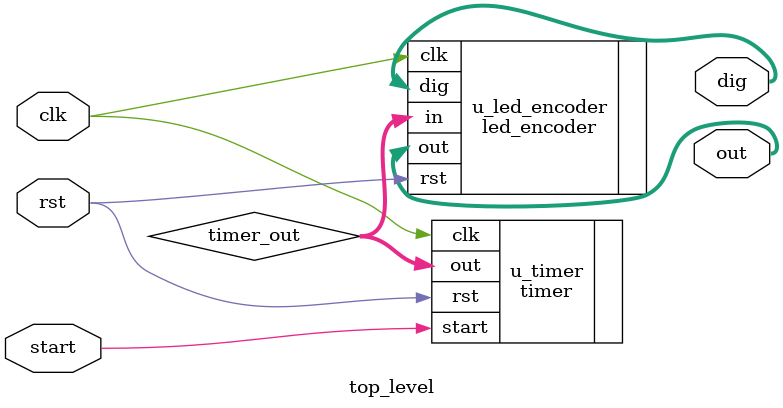
<source format=v>
module top_level(
    input wire clk,
    input wire rst,
    input wire start,
    output wire [6:0] out,
    output wire [5:0] dig
);
    wire [23:0] timer_out;

    // Instantiate the timer module
    timer u_timer (
        .clk    (clk),
        .rst    (rst),
        .start  (start),
        .out    (timer_out)
    );

    // Instantiate the led_encoder module
    led_encoder u_led_encoder (
        .clk    (clk),
        .rst    (rst),
        .in     (timer_out),
        .out    (out),
        .dig    (dig)
    );
endmodule

</source>
